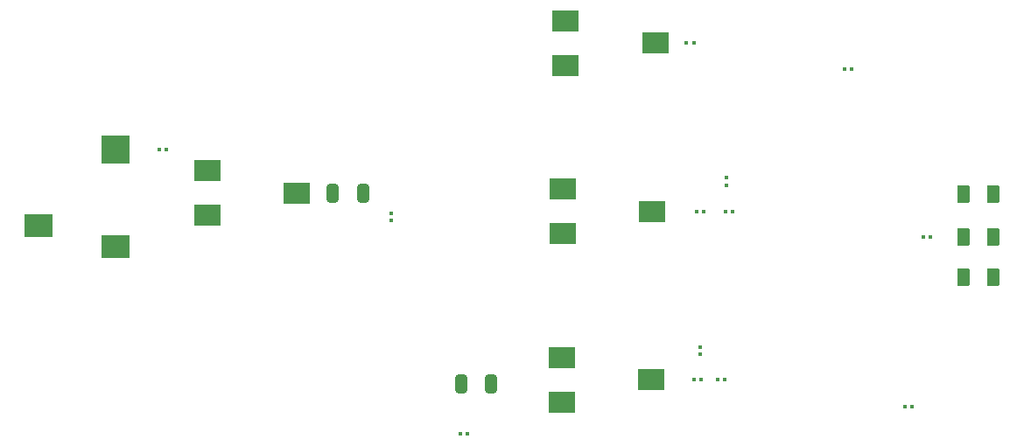
<source format=gbr>
%TF.GenerationSoftware,KiCad,Pcbnew,8.0.5*%
%TF.CreationDate,2024-10-13T18:39:00+03:00*%
%TF.ProjectId,proect,70726f65-6374-42e6-9b69-6361645f7063,rev?*%
%TF.SameCoordinates,Original*%
%TF.FileFunction,Paste,Top*%
%TF.FilePolarity,Positive*%
%FSLAX46Y46*%
G04 Gerber Fmt 4.6, Leading zero omitted, Abs format (unit mm)*
G04 Created by KiCad (PCBNEW 8.0.5) date 2024-10-13 18:39:00*
%MOMM*%
%LPD*%
G01*
G04 APERTURE LIST*
G04 Aperture macros list*
%AMRoundRect*
0 Rectangle with rounded corners*
0 $1 Rounding radius*
0 $2 $3 $4 $5 $6 $7 $8 $9 X,Y pos of 4 corners*
0 Add a 4 corners polygon primitive as box body*
4,1,4,$2,$3,$4,$5,$6,$7,$8,$9,$2,$3,0*
0 Add four circle primitives for the rounded corners*
1,1,$1+$1,$2,$3*
1,1,$1+$1,$4,$5*
1,1,$1+$1,$6,$7*
1,1,$1+$1,$8,$9*
0 Add four rect primitives between the rounded corners*
20,1,$1+$1,$2,$3,$4,$5,0*
20,1,$1+$1,$4,$5,$6,$7,0*
20,1,$1+$1,$6,$7,$8,$9,0*
20,1,$1+$1,$8,$9,$2,$3,0*%
G04 Aperture macros list end*
%ADD10RoundRect,0.079500X-0.079500X-0.100500X0.079500X-0.100500X0.079500X0.100500X-0.079500X0.100500X0*%
%ADD11R,2.500000X2.000000*%
%ADD12RoundRect,0.079500X0.079500X0.100500X-0.079500X0.100500X-0.079500X-0.100500X0.079500X-0.100500X0*%
%ADD13RoundRect,0.079500X0.100500X-0.079500X0.100500X0.079500X-0.100500X0.079500X-0.100500X-0.079500X0*%
%ADD14R,2.800000X2.200000*%
%ADD15R,2.800000X2.800000*%
%ADD16RoundRect,0.250000X-0.375000X-0.625000X0.375000X-0.625000X0.375000X0.625000X-0.375000X0.625000X0*%
%ADD17RoundRect,0.079500X-0.100500X0.079500X-0.100500X-0.079500X0.100500X-0.079500X0.100500X0.079500X0*%
%ADD18RoundRect,0.250000X-0.325000X-0.650000X0.325000X-0.650000X0.325000X0.650000X-0.325000X0.650000X0*%
G04 APERTURE END LIST*
D10*
%TO.C,R13*%
X89055000Y-44200000D03*
X89745000Y-44200000D03*
%TD*%
%TO.C,R12*%
X90855000Y-27800000D03*
X91545000Y-27800000D03*
%TD*%
%TO.C,R11*%
X83255000Y-11500000D03*
X83945000Y-11500000D03*
%TD*%
%TO.C,R10*%
X70955000Y-41600000D03*
X71645000Y-41600000D03*
%TD*%
%TO.C,R9*%
X71755000Y-25300000D03*
X72445000Y-25300000D03*
%TD*%
%TO.C,R8*%
X68655000Y-41600000D03*
X69345000Y-41600000D03*
%TD*%
D11*
%TO.C,R7*%
X55875000Y-43750000D03*
X64525000Y-41600000D03*
X55875000Y-39450000D03*
%TD*%
%TO.C,R6*%
X55975000Y-27450000D03*
X64625000Y-25300000D03*
X55975000Y-23150000D03*
%TD*%
%TO.C,R5*%
X56275000Y-11150000D03*
X64925000Y-9000000D03*
X56275000Y-6850000D03*
%TD*%
D12*
%TO.C,R4*%
X46745000Y-46800000D03*
X46055000Y-46800000D03*
%TD*%
D13*
%TO.C,R3*%
X39400000Y-26145000D03*
X39400000Y-25455000D03*
%TD*%
D12*
%TO.C,R2*%
X16955000Y-19300000D03*
X17645000Y-19300000D03*
%TD*%
D11*
%TO.C,R1*%
X21575000Y-25650000D03*
X30225000Y-23500000D03*
X21575000Y-21350000D03*
%TD*%
D14*
%TO.C,J1*%
X5300000Y-26700000D03*
X12700000Y-28700000D03*
D15*
X12700000Y-19300000D03*
%TD*%
D16*
%TO.C,D3*%
X94800000Y-31700000D03*
X97600000Y-31700000D03*
%TD*%
%TO.C,D2*%
X94800000Y-27800000D03*
X97600000Y-27800000D03*
%TD*%
%TO.C,D1*%
X94800000Y-23600000D03*
X97600000Y-23600000D03*
%TD*%
D17*
%TO.C,C6*%
X69300000Y-38455000D03*
X69300000Y-39145000D03*
%TD*%
%TO.C,C5*%
X71800000Y-22055000D03*
X71800000Y-22745000D03*
%TD*%
D10*
%TO.C,C4*%
X68955000Y-25300000D03*
X69645000Y-25300000D03*
%TD*%
%TO.C,C3*%
X67955000Y-9000000D03*
X68645000Y-9000000D03*
%TD*%
D18*
%TO.C,C2*%
X46125000Y-42000000D03*
X49075000Y-42000000D03*
%TD*%
%TO.C,C1*%
X33725000Y-23500000D03*
X36675000Y-23500000D03*
%TD*%
M02*

</source>
